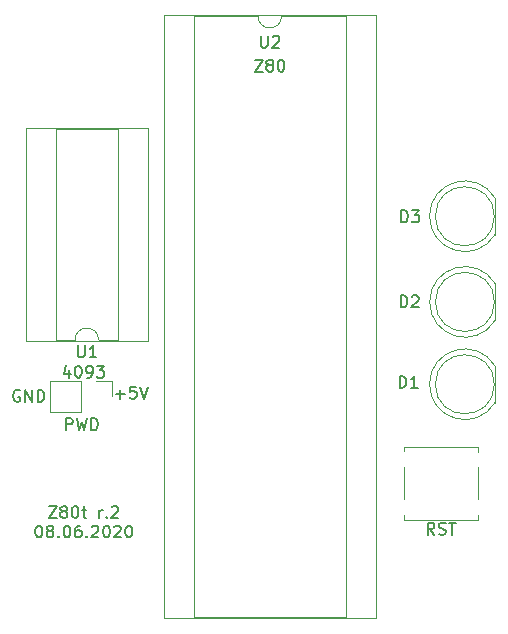
<source format=gbr>
G04 #@! TF.GenerationSoftware,KiCad,Pcbnew,(5.1.6)-1*
G04 #@! TF.CreationDate,2020-06-08T09:52:31+03:00*
G04 #@! TF.ProjectId,Z80,5a38302e-6b69-4636-9164-5f7063625858,rev?*
G04 #@! TF.SameCoordinates,Original*
G04 #@! TF.FileFunction,Legend,Top*
G04 #@! TF.FilePolarity,Positive*
%FSLAX46Y46*%
G04 Gerber Fmt 4.6, Leading zero omitted, Abs format (unit mm)*
G04 Created by KiCad (PCBNEW (5.1.6)-1) date 2020-06-08 09:52:31*
%MOMM*%
%LPD*%
G01*
G04 APERTURE LIST*
%ADD10C,0.150000*%
%ADD11C,0.120000*%
G04 APERTURE END LIST*
D10*
X41310655Y-71643620D02*
X41215417Y-71596000D01*
X41072560Y-71596000D01*
X40929702Y-71643620D01*
X40834464Y-71738858D01*
X40786845Y-71834096D01*
X40739226Y-72024572D01*
X40739226Y-72167429D01*
X40786845Y-72357905D01*
X40834464Y-72453143D01*
X40929702Y-72548381D01*
X41072560Y-72596000D01*
X41167798Y-72596000D01*
X41310655Y-72548381D01*
X41358274Y-72500762D01*
X41358274Y-72167429D01*
X41167798Y-72167429D01*
X41786845Y-72596000D02*
X41786845Y-71596000D01*
X42358274Y-72596000D01*
X42358274Y-71596000D01*
X42834464Y-72596000D02*
X42834464Y-71596000D01*
X43072560Y-71596000D01*
X43215417Y-71643620D01*
X43310655Y-71738858D01*
X43358274Y-71834096D01*
X43405893Y-72024572D01*
X43405893Y-72167429D01*
X43358274Y-72357905D01*
X43310655Y-72453143D01*
X43215417Y-72548381D01*
X43072560Y-72596000D01*
X42834464Y-72596000D01*
X49440625Y-71945808D02*
X50202530Y-71945808D01*
X49821578Y-72326760D02*
X49821578Y-71564856D01*
X51154911Y-71326760D02*
X50678720Y-71326760D01*
X50631101Y-71802951D01*
X50678720Y-71755332D01*
X50773959Y-71707713D01*
X51012054Y-71707713D01*
X51107292Y-71755332D01*
X51154911Y-71802951D01*
X51202530Y-71898189D01*
X51202530Y-72136284D01*
X51154911Y-72231522D01*
X51107292Y-72279141D01*
X51012054Y-72326760D01*
X50773959Y-72326760D01*
X50678720Y-72279141D01*
X50631101Y-72231522D01*
X51488244Y-71326760D02*
X51821578Y-72326760D01*
X52154911Y-71326760D01*
X43759809Y-81431380D02*
X44426476Y-81431380D01*
X43759809Y-82431380D01*
X44426476Y-82431380D01*
X44950285Y-81859952D02*
X44855047Y-81812333D01*
X44807428Y-81764714D01*
X44759809Y-81669476D01*
X44759809Y-81621857D01*
X44807428Y-81526619D01*
X44855047Y-81479000D01*
X44950285Y-81431380D01*
X45140761Y-81431380D01*
X45236000Y-81479000D01*
X45283619Y-81526619D01*
X45331238Y-81621857D01*
X45331238Y-81669476D01*
X45283619Y-81764714D01*
X45236000Y-81812333D01*
X45140761Y-81859952D01*
X44950285Y-81859952D01*
X44855047Y-81907571D01*
X44807428Y-81955190D01*
X44759809Y-82050428D01*
X44759809Y-82240904D01*
X44807428Y-82336142D01*
X44855047Y-82383761D01*
X44950285Y-82431380D01*
X45140761Y-82431380D01*
X45236000Y-82383761D01*
X45283619Y-82336142D01*
X45331238Y-82240904D01*
X45331238Y-82050428D01*
X45283619Y-81955190D01*
X45236000Y-81907571D01*
X45140761Y-81859952D01*
X45950285Y-81431380D02*
X46045523Y-81431380D01*
X46140761Y-81479000D01*
X46188380Y-81526619D01*
X46236000Y-81621857D01*
X46283619Y-81812333D01*
X46283619Y-82050428D01*
X46236000Y-82240904D01*
X46188380Y-82336142D01*
X46140761Y-82383761D01*
X46045523Y-82431380D01*
X45950285Y-82431380D01*
X45855047Y-82383761D01*
X45807428Y-82336142D01*
X45759809Y-82240904D01*
X45712190Y-82050428D01*
X45712190Y-81812333D01*
X45759809Y-81621857D01*
X45807428Y-81526619D01*
X45855047Y-81479000D01*
X45950285Y-81431380D01*
X46569333Y-81764714D02*
X46950285Y-81764714D01*
X46712190Y-81431380D02*
X46712190Y-82288523D01*
X46759809Y-82383761D01*
X46855047Y-82431380D01*
X46950285Y-82431380D01*
X48045523Y-82431380D02*
X48045523Y-81764714D01*
X48045523Y-81955190D02*
X48093142Y-81859952D01*
X48140761Y-81812333D01*
X48236000Y-81764714D01*
X48331238Y-81764714D01*
X48664571Y-82336142D02*
X48712190Y-82383761D01*
X48664571Y-82431380D01*
X48616952Y-82383761D01*
X48664571Y-82336142D01*
X48664571Y-82431380D01*
X49093142Y-81526619D02*
X49140761Y-81479000D01*
X49236000Y-81431380D01*
X49474095Y-81431380D01*
X49569333Y-81479000D01*
X49616952Y-81526619D01*
X49664571Y-81621857D01*
X49664571Y-81717095D01*
X49616952Y-81859952D01*
X49045523Y-82431380D01*
X49664571Y-82431380D01*
X42878857Y-83081380D02*
X42974095Y-83081380D01*
X43069333Y-83129000D01*
X43116952Y-83176619D01*
X43164571Y-83271857D01*
X43212190Y-83462333D01*
X43212190Y-83700428D01*
X43164571Y-83890904D01*
X43116952Y-83986142D01*
X43069333Y-84033761D01*
X42974095Y-84081380D01*
X42878857Y-84081380D01*
X42783619Y-84033761D01*
X42736000Y-83986142D01*
X42688380Y-83890904D01*
X42640761Y-83700428D01*
X42640761Y-83462333D01*
X42688380Y-83271857D01*
X42736000Y-83176619D01*
X42783619Y-83129000D01*
X42878857Y-83081380D01*
X43783619Y-83509952D02*
X43688380Y-83462333D01*
X43640761Y-83414714D01*
X43593142Y-83319476D01*
X43593142Y-83271857D01*
X43640761Y-83176619D01*
X43688380Y-83129000D01*
X43783619Y-83081380D01*
X43974095Y-83081380D01*
X44069333Y-83129000D01*
X44116952Y-83176619D01*
X44164571Y-83271857D01*
X44164571Y-83319476D01*
X44116952Y-83414714D01*
X44069333Y-83462333D01*
X43974095Y-83509952D01*
X43783619Y-83509952D01*
X43688380Y-83557571D01*
X43640761Y-83605190D01*
X43593142Y-83700428D01*
X43593142Y-83890904D01*
X43640761Y-83986142D01*
X43688380Y-84033761D01*
X43783619Y-84081380D01*
X43974095Y-84081380D01*
X44069333Y-84033761D01*
X44116952Y-83986142D01*
X44164571Y-83890904D01*
X44164571Y-83700428D01*
X44116952Y-83605190D01*
X44069333Y-83557571D01*
X43974095Y-83509952D01*
X44593142Y-83986142D02*
X44640761Y-84033761D01*
X44593142Y-84081380D01*
X44545523Y-84033761D01*
X44593142Y-83986142D01*
X44593142Y-84081380D01*
X45259809Y-83081380D02*
X45355047Y-83081380D01*
X45450285Y-83129000D01*
X45497904Y-83176619D01*
X45545523Y-83271857D01*
X45593142Y-83462333D01*
X45593142Y-83700428D01*
X45545523Y-83890904D01*
X45497904Y-83986142D01*
X45450285Y-84033761D01*
X45355047Y-84081380D01*
X45259809Y-84081380D01*
X45164571Y-84033761D01*
X45116952Y-83986142D01*
X45069333Y-83890904D01*
X45021714Y-83700428D01*
X45021714Y-83462333D01*
X45069333Y-83271857D01*
X45116952Y-83176619D01*
X45164571Y-83129000D01*
X45259809Y-83081380D01*
X46450285Y-83081380D02*
X46259809Y-83081380D01*
X46164571Y-83129000D01*
X46116952Y-83176619D01*
X46021714Y-83319476D01*
X45974095Y-83509952D01*
X45974095Y-83890904D01*
X46021714Y-83986142D01*
X46069333Y-84033761D01*
X46164571Y-84081380D01*
X46355047Y-84081380D01*
X46450285Y-84033761D01*
X46497904Y-83986142D01*
X46545523Y-83890904D01*
X46545523Y-83652809D01*
X46497904Y-83557571D01*
X46450285Y-83509952D01*
X46355047Y-83462333D01*
X46164571Y-83462333D01*
X46069333Y-83509952D01*
X46021714Y-83557571D01*
X45974095Y-83652809D01*
X46974095Y-83986142D02*
X47021714Y-84033761D01*
X46974095Y-84081380D01*
X46926476Y-84033761D01*
X46974095Y-83986142D01*
X46974095Y-84081380D01*
X47402666Y-83176619D02*
X47450285Y-83129000D01*
X47545523Y-83081380D01*
X47783619Y-83081380D01*
X47878857Y-83129000D01*
X47926476Y-83176619D01*
X47974095Y-83271857D01*
X47974095Y-83367095D01*
X47926476Y-83509952D01*
X47355047Y-84081380D01*
X47974095Y-84081380D01*
X48593142Y-83081380D02*
X48688380Y-83081380D01*
X48783619Y-83129000D01*
X48831238Y-83176619D01*
X48878857Y-83271857D01*
X48926476Y-83462333D01*
X48926476Y-83700428D01*
X48878857Y-83890904D01*
X48831238Y-83986142D01*
X48783619Y-84033761D01*
X48688380Y-84081380D01*
X48593142Y-84081380D01*
X48497904Y-84033761D01*
X48450285Y-83986142D01*
X48402666Y-83890904D01*
X48355047Y-83700428D01*
X48355047Y-83462333D01*
X48402666Y-83271857D01*
X48450285Y-83176619D01*
X48497904Y-83129000D01*
X48593142Y-83081380D01*
X49307428Y-83176619D02*
X49355047Y-83129000D01*
X49450285Y-83081380D01*
X49688380Y-83081380D01*
X49783619Y-83129000D01*
X49831238Y-83176619D01*
X49878857Y-83271857D01*
X49878857Y-83367095D01*
X49831238Y-83509952D01*
X49259809Y-84081380D01*
X49878857Y-84081380D01*
X50497904Y-83081380D02*
X50593142Y-83081380D01*
X50688380Y-83129000D01*
X50736000Y-83176619D01*
X50783619Y-83271857D01*
X50831238Y-83462333D01*
X50831238Y-83700428D01*
X50783619Y-83890904D01*
X50736000Y-83986142D01*
X50688380Y-84033761D01*
X50593142Y-84081380D01*
X50497904Y-84081380D01*
X50402666Y-84033761D01*
X50355047Y-83986142D01*
X50307428Y-83890904D01*
X50259809Y-83700428D01*
X50259809Y-83462333D01*
X50307428Y-83271857D01*
X50355047Y-83176619D01*
X50402666Y-83129000D01*
X50497904Y-83081380D01*
X45497904Y-69889714D02*
X45497904Y-70556380D01*
X45259809Y-69508761D02*
X45021714Y-70223047D01*
X45640761Y-70223047D01*
X46212190Y-69556380D02*
X46307428Y-69556380D01*
X46402666Y-69604000D01*
X46450285Y-69651619D01*
X46497904Y-69746857D01*
X46545523Y-69937333D01*
X46545523Y-70175428D01*
X46497904Y-70365904D01*
X46450285Y-70461142D01*
X46402666Y-70508761D01*
X46307428Y-70556380D01*
X46212190Y-70556380D01*
X46116952Y-70508761D01*
X46069333Y-70461142D01*
X46021714Y-70365904D01*
X45974095Y-70175428D01*
X45974095Y-69937333D01*
X46021714Y-69746857D01*
X46069333Y-69651619D01*
X46116952Y-69604000D01*
X46212190Y-69556380D01*
X47021714Y-70556380D02*
X47212190Y-70556380D01*
X47307428Y-70508761D01*
X47355047Y-70461142D01*
X47450285Y-70318285D01*
X47497904Y-70127809D01*
X47497904Y-69746857D01*
X47450285Y-69651619D01*
X47402666Y-69604000D01*
X47307428Y-69556380D01*
X47116952Y-69556380D01*
X47021714Y-69604000D01*
X46974095Y-69651619D01*
X46926476Y-69746857D01*
X46926476Y-69984952D01*
X46974095Y-70080190D01*
X47021714Y-70127809D01*
X47116952Y-70175428D01*
X47307428Y-70175428D01*
X47402666Y-70127809D01*
X47450285Y-70080190D01*
X47497904Y-69984952D01*
X47831238Y-69556380D02*
X48450285Y-69556380D01*
X48116952Y-69937333D01*
X48259809Y-69937333D01*
X48355047Y-69984952D01*
X48402666Y-70032571D01*
X48450285Y-70127809D01*
X48450285Y-70365904D01*
X48402666Y-70461142D01*
X48355047Y-70508761D01*
X48259809Y-70556380D01*
X47974095Y-70556380D01*
X47878857Y-70508761D01*
X47831238Y-70461142D01*
X61198285Y-43648380D02*
X61864952Y-43648380D01*
X61198285Y-44648380D01*
X61864952Y-44648380D01*
X62388761Y-44076952D02*
X62293523Y-44029333D01*
X62245904Y-43981714D01*
X62198285Y-43886476D01*
X62198285Y-43838857D01*
X62245904Y-43743619D01*
X62293523Y-43696000D01*
X62388761Y-43648380D01*
X62579238Y-43648380D01*
X62674476Y-43696000D01*
X62722095Y-43743619D01*
X62769714Y-43838857D01*
X62769714Y-43886476D01*
X62722095Y-43981714D01*
X62674476Y-44029333D01*
X62579238Y-44076952D01*
X62388761Y-44076952D01*
X62293523Y-44124571D01*
X62245904Y-44172190D01*
X62198285Y-44267428D01*
X62198285Y-44457904D01*
X62245904Y-44553142D01*
X62293523Y-44600761D01*
X62388761Y-44648380D01*
X62579238Y-44648380D01*
X62674476Y-44600761D01*
X62722095Y-44553142D01*
X62769714Y-44457904D01*
X62769714Y-44267428D01*
X62722095Y-44172190D01*
X62674476Y-44124571D01*
X62579238Y-44076952D01*
X63388761Y-43648380D02*
X63484000Y-43648380D01*
X63579238Y-43696000D01*
X63626857Y-43743619D01*
X63674476Y-43838857D01*
X63722095Y-44029333D01*
X63722095Y-44267428D01*
X63674476Y-44457904D01*
X63626857Y-44553142D01*
X63579238Y-44600761D01*
X63484000Y-44648380D01*
X63388761Y-44648380D01*
X63293523Y-44600761D01*
X63245904Y-44553142D01*
X63198285Y-44457904D01*
X63150666Y-44267428D01*
X63150666Y-44029333D01*
X63198285Y-43838857D01*
X63245904Y-43743619D01*
X63293523Y-43696000D01*
X63388761Y-43648380D01*
D11*
X81494000Y-56896000D02*
G75*
G03*
X81494000Y-56896000I-2500000J0D01*
G01*
X81554000Y-58441000D02*
X81554000Y-55351000D01*
X76004000Y-56896462D02*
G75*
G02*
X81554000Y-55351170I2990000J462D01*
G01*
X76004000Y-56895538D02*
G75*
G03*
X81554000Y-58440830I2990000J-462D01*
G01*
X81504160Y-64147700D02*
G75*
G03*
X81504160Y-64147700I-2500000J0D01*
G01*
X81564160Y-65692700D02*
X81564160Y-62602700D01*
X76014160Y-64148162D02*
G75*
G02*
X81564160Y-62602870I2990000J462D01*
G01*
X76014160Y-64147238D02*
G75*
G03*
X81564160Y-65692530I2990000J-462D01*
G01*
X81494000Y-71120000D02*
G75*
G03*
X81494000Y-71120000I-2500000J0D01*
G01*
X81554000Y-72665000D02*
X81554000Y-69575000D01*
X76004000Y-71120462D02*
G75*
G02*
X81554000Y-69575170I2990000J462D01*
G01*
X76004000Y-71119538D02*
G75*
G03*
X81554000Y-72664830I2990000J-462D01*
G01*
X71434000Y-39885000D02*
X53534000Y-39885000D01*
X71434000Y-90925000D02*
X71434000Y-39885000D01*
X53534000Y-90925000D02*
X71434000Y-90925000D01*
X53534000Y-39885000D02*
X53534000Y-90925000D01*
X68944000Y-39945000D02*
X63484000Y-39945000D01*
X68944000Y-90865000D02*
X68944000Y-39945000D01*
X56024000Y-90865000D02*
X68944000Y-90865000D01*
X56024000Y-39945000D02*
X56024000Y-90865000D01*
X61484000Y-39945000D02*
X56024000Y-39945000D01*
X63484000Y-39945000D02*
G75*
G02*
X61484000Y-39945000I-1000000J0D01*
G01*
X41850000Y-67430000D02*
X52130000Y-67430000D01*
X41850000Y-49410000D02*
X41850000Y-67430000D01*
X52130000Y-49410000D02*
X41850000Y-49410000D01*
X52130000Y-67430000D02*
X52130000Y-49410000D01*
X44340000Y-67370000D02*
X45990000Y-67370000D01*
X44340000Y-49470000D02*
X44340000Y-67370000D01*
X49640000Y-49470000D02*
X44340000Y-49470000D01*
X49640000Y-67370000D02*
X49640000Y-49470000D01*
X47990000Y-67370000D02*
X49640000Y-67370000D01*
X45990000Y-67370000D02*
G75*
G02*
X47990000Y-67370000I1000000J0D01*
G01*
X43882000Y-70806000D02*
X43882000Y-73466000D01*
X46482000Y-70806000D02*
X43882000Y-70806000D01*
X46482000Y-73466000D02*
X43882000Y-73466000D01*
X46482000Y-70806000D02*
X46482000Y-73466000D01*
X47752000Y-70806000D02*
X49082000Y-70806000D01*
X49082000Y-70806000D02*
X49082000Y-72136000D01*
X80112000Y-76852000D02*
X80112000Y-76402000D01*
X80112000Y-76402000D02*
X73812000Y-76402000D01*
X73812000Y-76402000D02*
X73812000Y-76802000D01*
X80112000Y-78152000D02*
X80112000Y-80852000D01*
X73812000Y-80852000D02*
X73812000Y-78152000D01*
X80112000Y-82602000D02*
X73812000Y-82602000D01*
X73812000Y-82602000D02*
X73812000Y-82152000D01*
X80112000Y-82152000D02*
X80112000Y-82602000D01*
D10*
X73602624Y-57399180D02*
X73602624Y-56399180D01*
X73840720Y-56399180D01*
X73983577Y-56446800D01*
X74078815Y-56542038D01*
X74126434Y-56637276D01*
X74174053Y-56827752D01*
X74174053Y-56970609D01*
X74126434Y-57161085D01*
X74078815Y-57256323D01*
X73983577Y-57351561D01*
X73840720Y-57399180D01*
X73602624Y-57399180D01*
X74507386Y-56399180D02*
X75126434Y-56399180D01*
X74793100Y-56780133D01*
X74935958Y-56780133D01*
X75031196Y-56827752D01*
X75078815Y-56875371D01*
X75126434Y-56970609D01*
X75126434Y-57208704D01*
X75078815Y-57303942D01*
X75031196Y-57351561D01*
X74935958Y-57399180D01*
X74650243Y-57399180D01*
X74555005Y-57351561D01*
X74507386Y-57303942D01*
X73556904Y-64600080D02*
X73556904Y-63600080D01*
X73795000Y-63600080D01*
X73937857Y-63647700D01*
X74033095Y-63742938D01*
X74080714Y-63838176D01*
X74128333Y-64028652D01*
X74128333Y-64171509D01*
X74080714Y-64361985D01*
X74033095Y-64457223D01*
X73937857Y-64552461D01*
X73795000Y-64600080D01*
X73556904Y-64600080D01*
X74509285Y-63695319D02*
X74556904Y-63647700D01*
X74652142Y-63600080D01*
X74890238Y-63600080D01*
X74985476Y-63647700D01*
X75033095Y-63695319D01*
X75080714Y-63790557D01*
X75080714Y-63885795D01*
X75033095Y-64028652D01*
X74461666Y-64600080D01*
X75080714Y-64600080D01*
X73465464Y-71430140D02*
X73465464Y-70430140D01*
X73703560Y-70430140D01*
X73846417Y-70477760D01*
X73941655Y-70572998D01*
X73989274Y-70668236D01*
X74036893Y-70858712D01*
X74036893Y-71001569D01*
X73989274Y-71192045D01*
X73941655Y-71287283D01*
X73846417Y-71382521D01*
X73703560Y-71430140D01*
X73465464Y-71430140D01*
X74989274Y-71430140D02*
X74417845Y-71430140D01*
X74703560Y-71430140D02*
X74703560Y-70430140D01*
X74608321Y-70572998D01*
X74513083Y-70668236D01*
X74417845Y-70715855D01*
X61722095Y-41616380D02*
X61722095Y-42425904D01*
X61769714Y-42521142D01*
X61817333Y-42568761D01*
X61912571Y-42616380D01*
X62103047Y-42616380D01*
X62198285Y-42568761D01*
X62245904Y-42521142D01*
X62293523Y-42425904D01*
X62293523Y-41616380D01*
X62722095Y-41711619D02*
X62769714Y-41664000D01*
X62864952Y-41616380D01*
X63103047Y-41616380D01*
X63198285Y-41664000D01*
X63245904Y-41711619D01*
X63293523Y-41806857D01*
X63293523Y-41902095D01*
X63245904Y-42044952D01*
X62674476Y-42616380D01*
X63293523Y-42616380D01*
X46228095Y-67822380D02*
X46228095Y-68631904D01*
X46275714Y-68727142D01*
X46323333Y-68774761D01*
X46418571Y-68822380D01*
X46609047Y-68822380D01*
X46704285Y-68774761D01*
X46751904Y-68727142D01*
X46799523Y-68631904D01*
X46799523Y-67822380D01*
X47799523Y-68822380D02*
X47228095Y-68822380D01*
X47513809Y-68822380D02*
X47513809Y-67822380D01*
X47418571Y-67965238D01*
X47323333Y-68060476D01*
X47228095Y-68108095D01*
X45219786Y-74998840D02*
X45219786Y-73998840D01*
X45600739Y-73998840D01*
X45695977Y-74046460D01*
X45743596Y-74094079D01*
X45791215Y-74189317D01*
X45791215Y-74332174D01*
X45743596Y-74427412D01*
X45695977Y-74475031D01*
X45600739Y-74522650D01*
X45219786Y-74522650D01*
X46124548Y-73998840D02*
X46362643Y-74998840D01*
X46553120Y-74284555D01*
X46743596Y-74998840D01*
X46981691Y-73998840D01*
X47362643Y-74998840D02*
X47362643Y-73998840D01*
X47600739Y-73998840D01*
X47743596Y-74046460D01*
X47838834Y-74141698D01*
X47886453Y-74236936D01*
X47934072Y-74427412D01*
X47934072Y-74570269D01*
X47886453Y-74760745D01*
X47838834Y-74855983D01*
X47743596Y-74951221D01*
X47600739Y-74998840D01*
X47362643Y-74998840D01*
X76414380Y-83854380D02*
X76081047Y-83378190D01*
X75842952Y-83854380D02*
X75842952Y-82854380D01*
X76223904Y-82854380D01*
X76319142Y-82902000D01*
X76366761Y-82949619D01*
X76414380Y-83044857D01*
X76414380Y-83187714D01*
X76366761Y-83282952D01*
X76319142Y-83330571D01*
X76223904Y-83378190D01*
X75842952Y-83378190D01*
X76795333Y-83806761D02*
X76938190Y-83854380D01*
X77176285Y-83854380D01*
X77271523Y-83806761D01*
X77319142Y-83759142D01*
X77366761Y-83663904D01*
X77366761Y-83568666D01*
X77319142Y-83473428D01*
X77271523Y-83425809D01*
X77176285Y-83378190D01*
X76985809Y-83330571D01*
X76890571Y-83282952D01*
X76842952Y-83235333D01*
X76795333Y-83140095D01*
X76795333Y-83044857D01*
X76842952Y-82949619D01*
X76890571Y-82902000D01*
X76985809Y-82854380D01*
X77223904Y-82854380D01*
X77366761Y-82902000D01*
X77652476Y-82854380D02*
X78223904Y-82854380D01*
X77938190Y-83854380D02*
X77938190Y-82854380D01*
M02*

</source>
